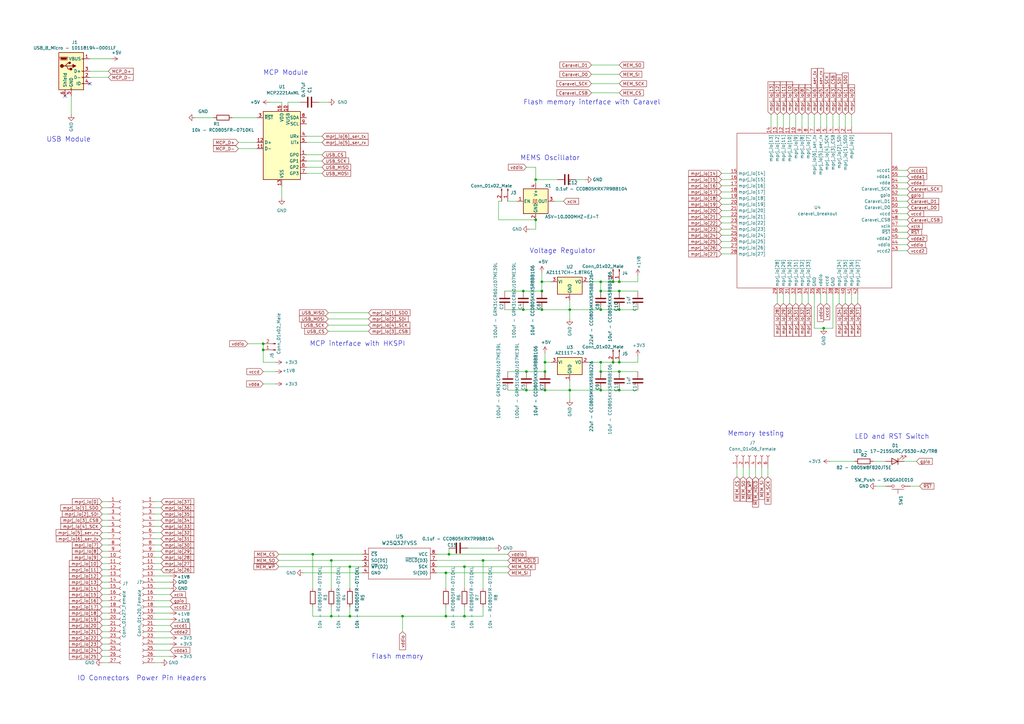
<source format=kicad_sch>
(kicad_sch (version 20211123) (generator eeschema)
  (paper "A3")
  (junction (at 246.38 160.02))
  (junction (at 254 119.38))
  (junction (at 128.27 227.33))
  (junction (at 222.25 119.38))
  (junction (at 254 148.59))
  (junction (at 254 160.02))
  (junction (at 135.89 229.87))
  (junction (at 246.38 148.59))
  (junction (at 223.52 148.59))
  (junction (at 215.9 152.4))
  (junction (at 246.38 115.57))
  (junction (at 214.63 127))
  (junction (at 182.88 234.95))
  (junction (at 143.51 252.73))
  (junction (at 246.38 127))
  (junction (at 222.25 127))
  (junction (at 254 115.57))
  (junction (at 222.25 115.57))
  (junction (at 337.82 134.62))
  (junction (at 254 152.4))
  (junction (at 223.52 160.02))
  (junction (at 223.52 152.4))
  (junction (at 251.46 115.57))
  (junction (at 190.5 232.41))
  (junction (at 233.68 160.02))
  (junction (at 215.9 160.02))
  (junction (at 246.38 119.38))
  (junction (at 219.71 90.17))
  (junction (at 182.88 252.73))
  (junction (at 254 127))
  (junction (at 107.95 140.97))
  (junction (at 107.95 143.51))
  (junction (at 214.63 119.38))
  (junction (at 143.51 232.41))
  (junction (at 246.38 152.4))
  (junction (at 184.15 227.33))
  (junction (at 233.68 127))
  (junction (at 135.89 252.73))
  (junction (at 251.46 148.59))
  (junction (at 165.1 252.73))
  (junction (at 190.5 252.73))
  (junction (at 219.71 73.66))
  (junction (at 198.12 229.87))
  (no_connect (at 26.67 39.37))
  (no_connect (at 36.83 34.29))
  (wire (pts (xy 165.1 259.08) (xy 165.1 252.73)))
  (wire (pts (xy 295.91 96.52) (xy 299.72 96.52)))
  (wire (pts (xy 336.55 46.99) (xy 336.55 52.07)))
  (wire (pts (xy 69.85 236.22) (xy 63.5 236.22)))
  (wire (pts (xy 41.91 238.76) (xy 44.45 238.76)))
  (wire (pts (xy 341.63 134.62) (xy 341.63 120.65)))
  (wire (pts (xy 233.68 130.81) (xy 233.68 127)))
  (wire (pts (xy 63.5 208.28) (xy 66.04 208.28)))
  (wire (pts (xy 63.5 215.9) (xy 66.04 215.9)))
  (wire (pts (xy 63.5 251.46) (xy 69.85 251.46)))
  (wire (pts (xy 63.5 205.74) (xy 66.04 205.74)))
  (wire (pts (xy 191.77 224.79) (xy 203.2 224.79)))
  (wire (pts (xy 134.62 135.89) (xy 151.13 135.89)))
  (wire (pts (xy 217.17 93.98) (xy 219.71 93.98)))
  (wire (pts (xy 44.45 271.78) (xy 41.91 271.78)))
  (wire (pts (xy 241.3 148.59) (xy 246.38 148.59)))
  (wire (pts (xy 223.52 160.02) (xy 233.68 160.02)))
  (wire (pts (xy 370.84 189.23) (xy 375.92 189.23)))
  (wire (pts (xy 101.6 140.97) (xy 107.95 140.97)))
  (wire (pts (xy 41.91 223.52) (xy 44.45 223.52)))
  (wire (pts (xy 328.93 124.46) (xy 328.93 120.65)))
  (wire (pts (xy 254 127) (xy 261.62 127)))
  (wire (pts (xy 69.85 248.92) (xy 63.5 248.92)))
  (wire (pts (xy 69.85 238.76) (xy 63.5 238.76)))
  (wire (pts (xy 368.3 90.17) (xy 372.11 90.17)))
  (wire (pts (xy 346.71 124.46) (xy 346.71 120.65)))
  (wire (pts (xy 107.95 148.59) (xy 113.03 148.59)))
  (wire (pts (xy 337.82 134.62) (xy 341.63 134.62)))
  (wire (pts (xy 242.57 38.1) (xy 254 38.1)))
  (wire (pts (xy 295.91 76.2) (xy 299.72 76.2)))
  (wire (pts (xy 190.5 232.41) (xy 208.28 232.41)))
  (wire (pts (xy 184.15 227.33) (xy 208.28 227.33)))
  (wire (pts (xy 368.3 97.79) (xy 372.11 97.79)))
  (wire (pts (xy 242.57 26.67) (xy 254 26.67)))
  (wire (pts (xy 295.91 99.06) (xy 299.72 99.06)))
  (wire (pts (xy 295.91 91.44) (xy 299.72 91.44)))
  (wire (pts (xy 184.15 224.79) (xy 184.15 227.33)))
  (wire (pts (xy 316.23 46.99) (xy 316.23 52.07)))
  (wire (pts (xy 331.47 46.99) (xy 331.47 52.07)))
  (wire (pts (xy 233.68 127) (xy 233.68 123.19)))
  (wire (pts (xy 295.91 101.6) (xy 299.72 101.6)))
  (wire (pts (xy 63.5 223.52) (xy 66.04 223.52)))
  (wire (pts (xy 190.5 232.41) (xy 190.5 241.3)))
  (wire (pts (xy 41.91 246.38) (xy 44.45 246.38)))
  (wire (pts (xy 63.5 271.78) (xy 66.04 271.78)))
  (wire (pts (xy 125.73 71.12) (xy 132.08 71.12)))
  (wire (pts (xy 207.01 119.38) (xy 214.63 119.38)))
  (wire (pts (xy 80.01 48.26) (xy 87.63 48.26)))
  (wire (pts (xy 246.38 115.57) (xy 246.38 119.38)))
  (wire (pts (xy 219.71 68.58) (xy 215.9 68.58)))
  (wire (pts (xy 358.14 189.23) (xy 363.22 189.23)))
  (wire (pts (xy 110.49 41.91) (xy 115.57 41.91)))
  (wire (pts (xy 208.28 152.4) (xy 215.9 152.4)))
  (wire (pts (xy 97.79 60.96) (xy 105.41 60.96)))
  (wire (pts (xy 128.27 252.73) (xy 128.27 248.92)))
  (wire (pts (xy 41.91 205.74) (xy 44.45 205.74)))
  (wire (pts (xy 36.83 24.13) (xy 45.72 24.13)))
  (wire (pts (xy 359.41 199.39) (xy 363.22 199.39)))
  (wire (pts (xy 222.25 119.38) (xy 222.25 115.57)))
  (wire (pts (xy 69.85 269.24) (xy 63.5 269.24)))
  (wire (pts (xy 41.91 208.28) (xy 44.45 208.28)))
  (wire (pts (xy 114.3 232.41) (xy 143.51 232.41)))
  (wire (pts (xy 63.5 256.54) (xy 69.85 256.54)))
  (wire (pts (xy 69.85 246.38) (xy 63.5 246.38)))
  (wire (pts (xy 204.47 82.55) (xy 205.74 82.55)))
  (wire (pts (xy 326.39 46.99) (xy 326.39 52.07)))
  (wire (pts (xy 233.68 156.21) (xy 233.68 160.02)))
  (wire (pts (xy 246.38 148.59) (xy 251.46 148.59)))
  (wire (pts (xy 63.5 259.08) (xy 69.85 259.08)))
  (wire (pts (xy 114.3 229.87) (xy 135.89 229.87)))
  (wire (pts (xy 334.01 120.65) (xy 334.01 134.62)))
  (wire (pts (xy 41.91 248.92) (xy 44.45 248.92)))
  (wire (pts (xy 118.11 43.18) (xy 118.11 41.91)))
  (wire (pts (xy 368.3 100.33) (xy 372.11 100.33)))
  (wire (pts (xy 254 152.4) (xy 261.62 152.4)))
  (wire (pts (xy 219.71 93.98) (xy 219.71 90.17)))
  (wire (pts (xy 69.85 243.84) (xy 63.5 243.84)))
  (wire (pts (xy 63.5 218.44) (xy 66.04 218.44)))
  (wire (pts (xy 63.5 254) (xy 69.85 254)))
  (wire (pts (xy 334.01 46.99) (xy 334.01 52.07)))
  (wire (pts (xy 124.46 234.95) (xy 148.59 234.95)))
  (wire (pts (xy 246.38 115.57) (xy 251.46 115.57)))
  (wire (pts (xy 125.73 66.04) (xy 132.08 66.04)))
  (wire (pts (xy 295.91 73.66) (xy 299.72 73.66)))
  (wire (pts (xy 107.95 152.4) (xy 113.03 152.4)))
  (wire (pts (xy 41.91 259.08) (xy 44.45 259.08)))
  (wire (pts (xy 368.3 77.47) (xy 372.11 77.47)))
  (wire (pts (xy 295.91 71.12) (xy 299.72 71.12)))
  (wire (pts (xy 222.25 127) (xy 233.68 127)))
  (wire (pts (xy 135.89 241.3) (xy 135.89 229.87)))
  (wire (pts (xy 118.11 41.91) (xy 123.19 41.91)))
  (wire (pts (xy 182.88 252.73) (xy 190.5 252.73)))
  (wire (pts (xy 41.91 220.98) (xy 44.45 220.98)))
  (wire (pts (xy 222.25 115.57) (xy 222.25 111.76)))
  (wire (pts (xy 63.5 210.82) (xy 66.04 210.82)))
  (wire (pts (xy 134.62 128.27) (xy 151.13 128.27)))
  (wire (pts (xy 307.34 191.77) (xy 307.34 195.58)))
  (wire (pts (xy 128.27 252.73) (xy 135.89 252.73)))
  (wire (pts (xy 349.25 124.46) (xy 349.25 120.65)))
  (wire (pts (xy 125.73 68.58) (xy 132.08 68.58)))
  (wire (pts (xy 63.5 226.06) (xy 66.04 226.06)))
  (wire (pts (xy 179.07 232.41) (xy 190.5 232.41)))
  (wire (pts (xy 368.3 87.63) (xy 372.11 87.63)))
  (wire (pts (xy 242.57 30.48) (xy 254 30.48)))
  (wire (pts (xy 125.73 63.5) (xy 132.08 63.5)))
  (wire (pts (xy 41.91 218.44) (xy 44.45 218.44)))
  (wire (pts (xy 44.45 266.7) (xy 41.91 266.7)))
  (wire (pts (xy 63.5 228.6) (xy 66.04 228.6)))
  (wire (pts (xy 233.68 160.02) (xy 233.68 163.83)))
  (wire (pts (xy 215.9 160.02) (xy 223.52 160.02)))
  (wire (pts (xy 339.09 46.99) (xy 339.09 52.07)))
  (wire (pts (xy 36.83 31.75) (xy 44.45 31.75)))
  (wire (pts (xy 326.39 124.46) (xy 326.39 120.65)))
  (wire (pts (xy 198.12 229.87) (xy 198.12 241.3)))
  (wire (pts (xy 182.88 234.95) (xy 208.28 234.95)))
  (wire (pts (xy 295.91 81.28) (xy 299.72 81.28)))
  (wire (pts (xy 41.91 228.6) (xy 44.45 228.6)))
  (wire (pts (xy 233.68 127) (xy 246.38 127)))
  (wire (pts (xy 318.77 124.46) (xy 318.77 120.65)))
  (wire (pts (xy 251.46 148.59) (xy 254 148.59)))
  (wire (pts (xy 331.47 124.46) (xy 331.47 120.65)))
  (wire (pts (xy 336.55 124.46) (xy 336.55 120.65)))
  (wire (pts (xy 261.62 115.57) (xy 261.62 113.03)))
  (wire (pts (xy 214.63 119.38) (xy 222.25 119.38)))
  (wire (pts (xy 41.91 241.3) (xy 44.45 241.3)))
  (wire (pts (xy 323.85 124.46) (xy 323.85 120.65)))
  (wire (pts (xy 309.88 191.77) (xy 309.88 195.58)))
  (wire (pts (xy 41.91 233.68) (xy 44.45 233.68)))
  (wire (pts (xy 190.5 248.92) (xy 190.5 252.73)))
  (wire (pts (xy 41.91 254) (xy 44.45 254)))
  (wire (pts (xy 165.1 252.73) (xy 182.88 252.73)))
  (wire (pts (xy 295.91 93.98) (xy 299.72 93.98)))
  (wire (pts (xy 223.52 148.59) (xy 223.52 152.4)))
  (wire (pts (xy 373.38 199.39) (xy 377.19 199.39)))
  (wire (pts (xy 219.71 73.66) (xy 219.71 68.58)))
  (wire (pts (xy 241.3 115.57) (xy 246.38 115.57)))
  (wire (pts (xy 107.95 157.48) (xy 113.03 157.48)))
  (wire (pts (xy 63.5 213.36) (xy 66.04 213.36)))
  (wire (pts (xy 130.81 41.91) (xy 134.62 41.91)))
  (wire (pts (xy 368.3 80.01) (xy 372.11 80.01)))
  (wire (pts (xy 190.5 252.73) (xy 198.12 252.73)))
  (wire (pts (xy 44.45 269.24) (xy 41.91 269.24)))
  (wire (pts (xy 227.33 82.55) (xy 231.14 82.55)))
  (wire (pts (xy 295.91 104.14) (xy 299.72 104.14)))
  (wire (pts (xy 151.13 133.35) (xy 134.62 133.35)))
  (wire (pts (xy 295.91 88.9) (xy 299.72 88.9)))
  (wire (pts (xy 304.8 191.77) (xy 304.8 195.58)))
  (wire (pts (xy 41.91 210.82) (xy 44.45 210.82)))
  (wire (pts (xy 115.57 76.2) (xy 115.57 81.28)))
  (wire (pts (xy 219.71 74.93) (xy 219.71 73.66)))
  (wire (pts (xy 135.89 229.87) (xy 148.59 229.87)))
  (wire (pts (xy 179.07 227.33) (xy 184.15 227.33)))
  (wire (pts (xy 321.31 46.99) (xy 321.31 52.07)))
  (wire (pts (xy 143.51 252.73) (xy 165.1 252.73)))
  (wire (pts (xy 314.96 191.77) (xy 314.96 195.58)))
  (wire (pts (xy 63.5 264.16) (xy 69.85 264.16)))
  (wire (pts (xy 246.38 127) (xy 254 127)))
  (wire (pts (xy 41.91 256.54) (xy 44.45 256.54)))
  (wire (pts (xy 215.9 152.4) (xy 223.52 152.4)))
  (wire (pts (xy 236.22 73.66) (xy 240.03 73.66)))
  (wire (pts (xy 242.57 34.29) (xy 254 34.29)))
  (wire (pts (xy 368.3 85.09) (xy 372.11 85.09)))
  (wire (pts (xy 222.25 115.57) (xy 226.06 115.57)))
  (wire (pts (xy 295.91 78.74) (xy 299.72 78.74)))
  (wire (pts (xy 41.91 231.14) (xy 44.45 231.14)))
  (wire (pts (xy 251.46 115.57) (xy 254 115.57)))
  (wire (pts (xy 69.85 241.3) (xy 63.5 241.3)))
  (wire (pts (xy 254 119.38) (xy 261.62 119.38)))
  (wire (pts (xy 63.5 220.98) (xy 66.04 220.98)))
  (wire (pts (xy 97.79 58.42) (xy 105.41 58.42)))
  (wire (pts (xy 41.91 213.36) (xy 44.45 213.36)))
  (wire (pts (xy 368.3 72.39) (xy 372.11 72.39)))
  (wire (pts (xy 339.09 124.46) (xy 339.09 120.65)))
  (wire (pts (xy 182.88 248.92) (xy 182.88 252.73)))
  (wire (pts (xy 125.73 55.88) (xy 132.08 55.88)))
  (wire (pts (xy 208.28 160.02) (xy 215.9 160.02)))
  (wire (pts (xy 128.27 241.3) (xy 128.27 227.33)))
  (wire (pts (xy 63.5 266.7) (xy 69.85 266.7)))
  (wire (pts (xy 143.51 241.3) (xy 143.51 232.41)))
  (wire (pts (xy 328.93 46.99) (xy 328.93 52.07)))
  (wire (pts (xy 143.51 232.41) (xy 148.59 232.41)))
  (wire (pts (xy 41.91 243.84) (xy 44.45 243.84)))
  (wire (pts (xy 368.3 102.87) (xy 372.11 102.87)))
  (wire (pts (xy 29.21 39.37) (xy 29.21 46.99)))
  (wire (pts (xy 226.06 148.59) (xy 223.52 148.59)))
  (wire (pts (xy 41.91 251.46) (xy 44.45 251.46)))
  (wire (pts (xy 254 119.38) (xy 246.38 119.38)))
  (wire (pts (xy 323.85 46.99) (xy 323.85 52.07)))
  (wire (pts (xy 143.51 248.92) (xy 143.51 252.73)))
  (wire (pts (xy 246.38 152.4) (xy 246.38 148.59)))
  (wire (pts (xy 36.83 29.21) (xy 44.45 29.21)))
  (wire (pts (xy 128.27 227.33) (xy 148.59 227.33)))
  (wire (pts (xy 115.57 43.18) (xy 115.57 41.91)))
  (wire (pts (xy 135.89 248.92) (xy 135.89 252.73)))
  (wire (pts (xy 41.91 236.22) (xy 44.45 236.22)))
  (wire (pts (xy 295.91 86.36) (xy 299.72 86.36)))
  (wire (pts (xy 254 115.57) (xy 261.62 115.57)))
  (wire (pts (xy 204.47 90.17) (xy 219.71 90.17)))
  (wire (pts (xy 344.17 46.99) (xy 344.17 52.07)))
  (wire (pts (xy 182.88 234.95) (xy 179.07 234.95)))
  (wire (pts (xy 341.63 46.99) (xy 341.63 52.07)))
  (wire (pts (xy 107.95 143.51) (xy 107.95 140.97)))
  (wire (pts (xy 246.38 160.02) (xy 254 160.02)))
  (wire (pts (xy 351.79 124.46) (xy 351.79 120.65)))
  (wire (pts (xy 344.17 124.46) (xy 344.17 120.65)))
  (wire (pts (xy 134.62 130.81) (xy 151.13 130.81)))
  (wire (pts (xy 198.12 229.87) (xy 208.28 229.87)))
  (wire (pts (xy 63.5 233.68) (xy 66.04 233.68)))
  (wire (pts (xy 182.88 241.3) (xy 182.88 234.95)))
  (wire (pts (xy 114.3 227.33) (xy 128.27 227.33)))
  (wire (pts (xy 368.3 74.93) (xy 372.11 74.93)))
  (wire (pts (xy 198.12 252.73) (xy 198.12 248.92)))
  (wire (pts (xy 368.3 69.85) (xy 372.11 69.85)))
  (wire (pts (xy 41.91 215.9) (xy 44.45 215.9)))
  (wire (pts (xy 41.91 226.06) (xy 44.45 226.06)))
  (wire (pts (xy 63.5 231.14) (xy 66.04 231.14)))
  (wire (pts (xy 368.3 82.55) (xy 372.11 82.55)))
  (wire (pts (xy 368.3 92.71) (xy 372.11 92.71)))
  (wire (pts (xy 312.42 191.77) (xy 312.42 195.58)))
  (wire (pts (xy 44.45 264.16) (xy 41.91 264.16)))
  (wire (pts (xy 254 148.59) (xy 261.62 148.59)))
  (wire (pts (xy 254 160.02) (xy 261.62 160.02)))
  (wire (pts (xy 95.25 48.26) (xy 105.41 48.26)))
  (wire (pts (xy 179.07 229.87) (xy 198.12 229.87)))
  (wire (pts (xy 204.47 82.55) (xy 204.47 90.17)))
  (wire (pts (xy 334.01 134.62) (xy 337.82 134.62)))
  (wire (pts (xy 41.91 261.62) (xy 44.45 261.62)))
  (wire (pts (xy 135.89 252.73) (xy 143.51 252.73)))
  (wire (pts (xy 349.25 46.99) (xy 349.25 52.07)))
  (wire (pts (xy 295.91 83.82) (xy 299.72 83.82)))
  (wire (pts (xy 125.73 58.42) (xy 132.08 58.42)))
  (wire (pts (xy 214.63 127) (xy 222.25 127)))
  (wire (pts (xy 219.71 73.66) (xy 228.6 73.66)))
  (wire (pts (xy 340.36 189.23) (xy 350.52 189.23)))
  (wire (pts (xy 107.95 143.51) (xy 107.95 148.59)))
  (wire (pts (xy 246.38 160.02) (xy 233.68 160.02)))
  (wire (pts (xy 63.5 261.62) (xy 69.85 261.62)))
  (wire (pts (xy 223.52 144.78) (xy 223.52 148.59)))
  (wire (pts (xy 318.77 46.99) (xy 318.77 52.07)))
  (wire (pts (xy 302.26 191.77) (xy 302.26 195.58)))
  (wire (pts (xy 208.28 82.55) (xy 212.09 82.55)))
  (wire (pts (xy 207.01 127) (xy 214.63 127)))
  (wire (pts (xy 246.38 152.4) (xy 254 152.4)))
  (wire (pts (xy 368.3 95.25) (xy 372.11 95.25)))
  (wire (pts (xy 346.71 46.99) (xy 346.71 52.07)))
  (wire (pts (xy 321.31 124.46) (xy 321.31 120.65)))
  (wire (pts (xy 261.62 148.59) (xy 261.62 146.05)))
  (text "Voltage Regulator\n" (at 217.17 104.14 0) (effects (font (size 2 2)) (justify left bottom)))
  (text "MCP interface with HKSPI\n" (at 127 142.24 0) (effects (font (size 2 2)) (justify left bottom)))
  (text "Flash memory" (at 152.4 270.51 0) (effects (font (size 2 2)) (justify left bottom)))
  (text "Flash memory interface with Caravel\n" (at 214.63 43.18 0) (effects (font (size 2 2)) (justify left bottom)))
  (text "LED and RST Switch\n" (at 350.52 180.34 0) (effects (font (size 2 2)) (justify left bottom)))
  (text "USB Module\n" (at 19.05 58.42 0) (effects (font (size 2 2)) (justify left bottom)))
  (text "MEMS Oscillator" (at 213.36 66.04 0) (effects (font (size 2 2)) (justify left bottom)))
  (text "Power Pin Headers" (at 55.88 279.4 0) (effects (font (size 2 2)) (justify left bottom)))
  (text "Memory testing" (at 298.45 179.07 0) (effects (font (size 2 2)) (justify left bottom)))
  (text "MCP Module\n\n" (at 107.95 34.29 0) (effects (font (size 2 2)) (justify left bottom)))
  (text "IO Connectors\n" (at 31.75 279.4 0) (effects (font (size 2 2)) (justify left bottom)))
  (global_label "mprj_io[11]" (shape input) (at 321.31 46.99 90) (property "Intersheet References" "${INTERSHEET_REFS}" (effects hide)))
  (global_label "mprj_io[5]_ser_rx" (shape input) (at 336.55 46.99 90) (property "Intersheet References" "${INTERSHEET_REFS}" (effects hide)))
  (global_label "mprj_io[12]" (shape input) (at 41.91 236.22 180) (property "Intersheet References" "${INTERSHEET_REFS}" (effects hide)))
  (global_label "mprj_io[2]_SDI" (shape input) (at 151.13 130.81 0) (property "Intersheet References" "${INTERSHEET_REFS}" (effects hide)))
  (global_label "mprj_io[22]" (shape input) (at 41.91 261.62 180) (property "Intersheet References" "${INTERSHEET_REFS}" (effects hide)))
  (global_label "vdda1" (shape input) (at 69.85 266.7 0) (property "Intersheet References" "${INTERSHEET_REFS}" (effects hide)))
  (global_label "mprj_io[2]_SDI" (shape input) (at 41.91 210.82 180) (property "Intersheet References" "${INTERSHEET_REFS}" (effects hide)))
  (global_label "vccd" (shape input) (at 107.95 152.4 180) (property "Intersheet References" "${INTERSHEET_REFS}" (effects hide)))
  (global_label "mprj_io[33]" (shape input) (at 66.04 215.9 0) (property "Intersheet References" "${INTERSHEET_REFS}" (effects hide)))
  (global_label "mprj_io[1]_SDO" (shape input) (at 346.71 46.99 90) (property "Intersheet References" "${INTERSHEET_REFS}" (effects hide)))
  (global_label "mprj_io[8]" (shape input) (at 328.93 46.99 90) (property "Intersheet References" "${INTERSHEET_REFS}" (effects hide)))
  (global_label "mprj_io[31]" (shape input) (at 66.04 220.98 0) (property "Intersheet References" "${INTERSHEET_REFS}" (effects hide)))
  (global_label "mprj_io[32]" (shape input) (at 328.93 124.46 270) (property "Intersheet References" "${INTERSHEET_REFS}" (effects hide)))
  (global_label "vccd1" (shape input) (at 69.85 256.54 0) (property "Intersheet References" "${INTERSHEET_REFS}" (effects hide)))
  (global_label "mprj_io[7]" (shape input) (at 331.47 46.99 90) (property "Intersheet References" "${INTERSHEET_REFS}" (effects hide)))
  (global_label "mprj_io[15]" (shape input) (at 295.91 73.66 180) (property "Intersheet References" "${INTERSHEET_REFS}" (effects hide)))
  (global_label "mprj_io[22]" (shape input) (at 295.91 91.44 180) (property "Intersheet References" "${INTERSHEET_REFS}" (effects hide)))
  (global_label "mprj_io[18]" (shape input) (at 295.91 81.28 180) (property "Intersheet References" "${INTERSHEET_REFS}" (effects hide)))
  (global_label "mprj_io[18]" (shape input) (at 41.91 251.46 180) (property "Intersheet References" "${INTERSHEET_REFS}" (effects hide)))
  (global_label "MEM_SCK" (shape input) (at 254 34.29 0) (property "Intersheet References" "${INTERSHEET_REFS}" (effects hide)))
  (global_label "mprj_io[24]" (shape input) (at 41.91 266.7 180) (property "Intersheet References" "${INTERSHEET_REFS}" (effects hide)))
  (global_label "MEM_SCK" (shape input) (at 208.28 232.41 0) (property "Intersheet References" "${INTERSHEET_REFS}" (effects hide)))
  (global_label "~{RST}" (shape input) (at 377.19 199.39 0) (property "Intersheet References" "${INTERSHEET_REFS}" (effects hide)))
  (global_label "mprj_io[21]" (shape input) (at 41.91 259.08 180) (property "Intersheet References" "${INTERSHEET_REFS}" (effects hide)))
  (global_label "gpio" (shape input) (at 372.11 80.01 0) (property "Intersheet References" "${INTERSHEET_REFS}" (effects hide)))
  (global_label "mprj_io[19]" (shape input) (at 41.91 254 180) (property "Intersheet References" "${INTERSHEET_REFS}" (effects hide)))
  (global_label "Caravel_CSB" (shape input) (at 242.57 38.1 180) (property "Intersheet References" "${INTERSHEET_REFS}" (effects hide)))
  (global_label "vccd2" (shape input) (at 69.85 248.92 0) (property "Intersheet References" "${INTERSHEET_REFS}" (effects hide)))
  (global_label "vdda1" (shape input) (at 372.11 72.39 0) (property "Intersheet References" "${INTERSHEET_REFS}" (effects hide)))
  (global_label "mprj_io[34]" (shape input) (at 344.17 124.46 270) (property "Intersheet References" "${INTERSHEET_REFS}" (effects hide)))
  (global_label "MCP_D-" (shape input) (at 44.45 31.75 0) (property "Intersheet References" "${INTERSHEET_REFS}" (effects hide)))
  (global_label "mprj_io[23]" (shape input) (at 295.91 93.98 180) (property "Intersheet References" "${INTERSHEET_REFS}" (effects hide)))
  (global_label "mprj_io[5]_ser_rx" (shape input) (at 132.08 58.42 0) (property "Intersheet References" "${INTERSHEET_REFS}" (effects hide)))
  (global_label "vdda2" (shape input) (at 69.85 259.08 0) (property "Intersheet References" "${INTERSHEET_REFS}" (effects hide)))
  (global_label "mprj_io[4]_SCK" (shape input) (at 151.13 133.35 0) (property "Intersheet References" "${INTERSHEET_REFS}" (effects hide)))
  (global_label "mprj_io[14]" (shape input) (at 41.91 241.3 180) (property "Intersheet References" "${INTERSHEET_REFS}" (effects hide)))
  (global_label "mprj_io[30]" (shape input) (at 323.85 124.46 270) (property "Intersheet References" "${INTERSHEET_REFS}" (effects hide)))
  (global_label "mprj_io[6]_ser_tx" (shape input) (at 132.08 55.88 0) (property "Intersheet References" "${INTERSHEET_REFS}" (effects hide)))
  (global_label "mprj_io[37]" (shape input) (at 351.79 124.46 270) (property "Intersheet References" "${INTERSHEET_REFS}" (effects hide)))
  (global_label "mprj_io[13]" (shape input) (at 41.91 238.76 180) (property "Intersheet References" "${INTERSHEET_REFS}" (effects hide)))
  (global_label "vccd1" (shape input) (at 372.11 69.85 0) (property "Intersheet References" "${INTERSHEET_REFS}" (effects hide)))
  (global_label "MEM_SI" (shape input) (at 312.42 195.58 270) (property "Intersheet References" "${INTERSHEET_REFS}" (effects hide)))
  (global_label "~{MEM_HOLD}" (shape input) (at 208.28 229.87 0) (property "Intersheet References" "${INTERSHEET_REFS}" (effects hide)))
  (global_label "mprj_io[26]" (shape input) (at 66.04 233.68 0) (property "Intersheet References" "${INTERSHEET_REFS}" (effects hide)))
  (global_label "MEM_SCK" (shape input) (at 314.96 195.58 270) (property "Intersheet References" "${INTERSHEET_REFS}" (effects hide)))
  (global_label "mprj_io[3]_CSB" (shape input) (at 341.63 46.99 90) (property "Intersheet References" "${INTERSHEET_REFS}" (effects hide)))
  (global_label "~{MEM_WP}" (shape input) (at 307.34 195.58 270) (property "Intersheet References" "${INTERSHEET_REFS}" (effects hide)))
  (global_label "mprj_io[9]" (shape input) (at 41.91 228.6 180) (property "Intersheet References" "${INTERSHEET_REFS}" (effects hide)))
  (global_label "vdda" (shape input) (at 107.95 157.48 180) (property "Intersheet References" "${INTERSHEET_REFS}" (effects hide)))
  (global_label "mprj_io[13]" (shape input) (at 316.23 46.99 90) (property "Intersheet References" "${INTERSHEET_REFS}" (effects hide)))
  (global_label "mprj_io[0]" (shape input) (at 41.91 205.74 180) (property "Intersheet References" "${INTERSHEET_REFS}" (effects hide)))
  (global_label "vccd" (shape input) (at 372.11 87.63 0) (property "Intersheet References" "${INTERSHEET_REFS}" (effects hide)))
  (global_label "vddio" (shape input) (at 165.1 259.08 270) (property "Intersheet References" "${INTERSHEET_REFS}" (effects hide)))
  (global_label "vddio" (shape input) (at 336.55 124.46 270) (property "Intersheet References" "${INTERSHEET_REFS}" (effects hide)))
  (global_label "mprj_io[28]" (shape input) (at 318.77 124.46 270) (property "Intersheet References" "${INTERSHEET_REFS}" (effects hide)))
  (global_label "mprj_io[30]" (shape input) (at 66.04 223.52 0) (property "Intersheet References" "${INTERSHEET_REFS}" (effects hide)))
  (global_label "mprj_io[35]" (shape input) (at 346.71 124.46 270) (property "Intersheet References" "${INTERSHEET_REFS}" (effects hide)))
  (global_label "vddio" (shape input) (at 372.11 100.33 0) (property "Intersheet References" "${INTERSHEET_REFS}" (effects hide)))
  (global_label "mprj_io[21]" (shape input) (at 295.91 88.9 180) (property "Intersheet References" "${INTERSHEET_REFS}" (effects hide)))
  (global_label "mprj_io[4]_SCK" (shape input) (at 41.91 215.9 180) (property "Intersheet References" "${INTERSHEET_REFS}" (effects hide)))
  (global_label "mprj_io[32]" (shape input) (at 66.04 218.44 0) (property "Intersheet References" "${INTERSHEET_REFS}" (effects hide)))
  (global_label "MCP_D+" (shape input) (at 44.45 29.21 0) (property "Intersheet References" "${INTERSHEET_REFS}" (effects hide)))
  (global_label "~{RST}" (shape input) (at 372.11 95.25 0) (property "Intersheet References" "${INTERSHEET_REFS}" (effects hide)))
  (global_label "mprj_io[29]" (shape input) (at 321.31 124.46 270) (property "Intersheet References" "${INTERSHEET_REFS}" (effects hide)))
  (global_label "mprj_io[25]" (shape input) (at 295.91 99.06 180) (property "Intersheet References" "${INTERSHEET_REFS}" (effects hide)))
  (global_label "mprj_io[3]_CSB" (shape input) (at 41.91 213.36 180) (property "Intersheet References" "${INTERSHEET_REFS}" (effects hide)))
  (global_label "mprj_io[12]" (shape input) (at 318.77 46.99 90) (property "Intersheet References" "${INTERSHEET_REFS}" (effects hide)))
  (global_label "vccd" (shape input) (at 339.09 124.46 270) (property "Intersheet References" "${INTERSHEET_REFS}" (effects hide)))
  (global_label "gpio" (shape input) (at 375.92 189.23 0) (property "Intersheet References" "${INTERSHEET_REFS}" (effects hide)))
  (global_label "mprj_io[20]" (shape input) (at 41.91 256.54 180) (property "Intersheet References" "${INTERSHEET_REFS}" (effects hide)))
  (global_label "mprj_io[16]" (shape input) (at 295.91 76.2 180) (property "Intersheet References" "${INTERSHEET_REFS}" (effects hide)))
  (global_label "Caravel_D1" (shape input) (at 242.57 26.67 180) (property "Intersheet References" "${INTERSHEET_REFS}" (effects hide)))
  (global_label "MCP_D-" (shape input) (at 97.79 60.96 180) (property "Intersheet References" "${INTERSHEET_REFS}" (effects hide)))
  (global_label "USB_SCK" (shape input) (at 134.62 133.35 180) (property "Intersheet References" "${INTERSHEET_REFS}" (effects hide)))
  (global_label "mprj_io[10]" (shape input) (at 41.91 231.14 180) (property "Intersheet References" "${INTERSHEET_REFS}" (effects hide)))
  (global_label "mprj_io[19]" (shape input) (at 295.91 83.82 180) (property "Intersheet References" "${INTERSHEET_REFS}" (effects hide)))
  (global_label "mprj_io[16]" (shape input) (at 41.91 246.38 180) (property "Intersheet References" "${INTERSHEET_REFS}" (effects hide)))
  (global_label "MEM_SO" (shape input) (at 304.8 195.58 270) (property "Intersheet References" "${INTERSHEET_REFS}" (effects hide)))
  (global_label "USB_MISO" (shape input) (at 134.62 128.27 180) (property "Intersheet References" "${INTERSHEET_REFS}" (effects hide)))
  (global_label "MEM_CS" (shape input) (at 302.26 195.58 270) (property "Intersheet References" "${INTERSHEET_REFS}" (effects hide)))
  (global_label "MEM_SO" (shape input) (at 254 26.67 0) (property "Intersheet References" "${INTERSHEET_REFS}" (effects hide)))
  (global_label "mprj_io[15]" (shape input) (at 41.91 243.84 180) (property "Intersheet References" "${INTERSHEET_REFS}" (effects hide)))
  (global_label "MEM_CS" (shape input) (at 114.3 227.33 180) (property "Intersheet References" "${INTERSHEET_REFS}" (effects hide)))
  (global_label "mprj_io[5]_ser_rx" (shape input) (at 41.91 218.44 180) (property "Intersheet References" "${INTERSHEET_REFS}" (effects hide)))
  (global_label "Caravel_D0" (shape input) (at 372.11 85.09 0) (property "Intersheet References" "${INTERSHEET_REFS}" (effects hide)))
  (global_label "mprj_io[10]" (shape input) (at 323.85 46.99 90) (property "Intersheet References" "${INTERSHEET_REFS}" (effects hide)))
  (global_label "mprj_io[0]" (shape input) (at 349.25 46.99 90) (property "Intersheet References" "${INTERSHEET_REFS}" (effects hide)))
  (global_label "mprj_io[28]" (shape input) (at 66.04 228.6 0) (property "Intersheet References" "${INTERSHEET_REFS}" (effects hide)))
  (global_label "mprj_io[35]" (shape input) (at 66.04 210.82 0) (property "Intersheet References" "${INTERSHEET_REFS}" (effects hide)))
  (global_label "xclk" (shape input) (at 69.85 243.84 0) (property "Intersheet References" "${INTERSHEET_REFS}" (effects hide)))
  (global_label "mprj_io[3]_CSB" (shape input) (at 151.13 135.89 0) (property "Intersheet References" "${INTERSHEET_REFS}" (effects hide)))
  (global_label "mprj_io[31]" (shape input) (at 326.39 124.46 270) (property "Intersheet References" "${INTERSHEET_REFS}" (effects hide)))
  (global_label "mprj_io[36]" (shape input) (at 349.25 124.46 270) (property "Intersheet References" "${INTERSHEET_REFS}" (effects hide)))
  (global_label "mprj_io[24]" (shape input) (at 295.91 96.52 180) (property "Intersheet References" "${INTERSHEET_REFS}" (effects hide)))
  (global_label "vddio" (shape input) (at 208.28 227.33 0) (property "Intersheet References" "${INTERSHEET_REFS}" (effects hide)))
  (global_label "mprj_io[8]" (shape input) (at 41.91 226.06 180) (property "Intersheet References" "${INTERSHEET_REFS}" (effects hide)))
  (global_label "mprj_io[9]" (shape input) (at 326.39 46.99 90) (property "Intersheet References" "${INTERSHEET_REFS}" (effects hide)))
  (global_label "mprj_io[37]" (shape input) (at 66.04 205.74 0) (property "Intersheet References" "${INTERSHEET_REFS}" (effects hide)))
  (global_label "USB_MOSI" (shape input) (at 134.62 130.81 180) (property "Intersheet References" "${INTERSHEET_REFS}" (effects hide)))
  (global_label "mprj_io[14]" (shape input) (at 295.91 71.12 180) (property "Intersheet References" "${INTERSHEET_REFS}" (effects hide)))
  (global_label "mprj_io[34]" (shape input) (at 66.04 213.36 0) (property "Intersheet References" "${INTERSHEET_REFS}" (effects hide)))
  (global_label "mprj_io[20]" (shape input) (at 295.91 86.36 180) (property "Intersheet References" "${INTERSHEET_REFS}" (effects hide)))
  (global_label "mprj_io[25]" (shape input) (at 41.91 269.24 180) (property "Intersheet References" "${INTERSHEET_REFS}" (effects hide)))
  (global_label "mprj_io[23]" (shape input) (at 41.91 264.16 180) (property "Intersheet References" "${INTERSHEET_REFS}" (effects hide)))
  (global_label "mprj_io[4]_SCK" (shape input) (at 339.09 46.99 90) (property "Intersheet References" "${INTERSHEET_REFS}" (effects hide)))
  (global_label "MEM_SO" (shape input) (at 114.3 229.87 180) (property "Intersheet References" "${INTERSHEET_REFS}" (effects hide)))
  (global_label "mprj_io[27]" (shape input) (at 295.91 104.14 180) (property "Intersheet References" "${INTERSHEET_REFS}" (effects hide)))
  (global_label "mprj_io[1]_SDO" (shape input) (at 41.91 208.28 180) (property "Intersheet References" "${INTERSHEET_REFS}" (effects hide)))
  (global_label "MEM_CS" (shape input) (at 254 38.1 0) (property "Intersheet References" "${INTERSHEET_REFS}" (effects hide)))
  (global_label "mprj_io[6]_ser_tx" (shape input) (at 41.91 220.98 180) (property "Intersheet References" "${INTERSHEET_REFS}" (effects hide)))
  (global_label "MCP_D+" (shape input) (at 97.79 58.42 180) (property "Intersheet References" "${INTERSHEET_REFS}" (effects hide)))
  (global_label "Caravel_SCK" (shape input) (at 242.57 34.29 180) (property "Intersheet References" "${INTERSHEET_REFS}" (effects hide)))
  (global_label "mprj_io[29]" (shape input) (at 66.04 226.06 0) (property "Intersheet References" "${INTERSHEET_REFS}" (effects hide)))
  (global_label "mprj_io[36]" (shape input) (at 66.04 208.28 0) (property "Intersheet References" "${INTERSHEET_REFS}" (effects hide)))
  (global_label "USB_MISO" (shape input) (at 132.08 68.58 0) (property "Intersheet References" "${INTERSHEET_REFS}" (effects hide)))
  (global_label "~{MEM_WP}" (shape input) (at 114.3 232.41 180) (property "Intersheet References" "${INTERSHEET_REFS}" (effects hide)))
  (global_label "USB_CS" (shape input) (at 134.62 135.89 180) (property "Intersheet References" "${INTERSHEET_REFS}" (effects hide)))
  (global_label "mprj_io[17]" (shape input) (at 41.91 248.92 180) (property "Intersheet References" "${INTERSHEET_REFS}" (effects hide)))
  (global_label "mprj_io[1]_SDO" (shape input) (at 151.13 128.27 0) (property "Intersheet References" "${INTERSHEET_REFS}" (effects hide)))
  (global_label "mprj_io[33]" (shape input) (at 331.47 124.46 270) (property "Intersheet References" "${INTERSHEET_REFS}" (effects hide)))
  (global_label "Caravel_D0" (shape input) (at 242.57 30.48 180) (property "Intersheet References" "${INTERSHEET_REFS}" (effects hide)))
  (global_label "Caravel_SCK" (shape input) (at 372.11 77.47 0) (property "Intersheet References" "${INTERSHEET_REFS}" (effects hide)))
  (global_label "gpio" (shape input) (at 69.85 246.38 0) (property "Intersheet References" "${INTERSHEET_REFS}" (effects hide)))
  (global_label "mprj_io[27]" (shape input) (at 66.04 231.14 0) (property "Intersheet References" "${INTERSHEET_REFS}" (effects hide)))
  (global_label "vdda" (shape input) (at 372.11 74.93 0) (property "Intersheet References" "${INTERSHEET_REFS}" (effects hide)))
  (global_label "vddio" (shape input) (at 101.6 140.97 180) (property "Intersheet References" "${INTERSHEET_REFS}" (effects hide)))
  (global_label "USB_CS" (shape input) (at 132.08 63.5 0) (property "Intersheet References" "${INTERSHEET_REFS}" (effects hide)))
  (global_label "vddio" (shape input) (at 215.9 68.58 180) (property "Intersheet References" "${INTERSHEET_REFS}" (effects hide)))
  (global_label "USB_MOSI" (shape input) (at 132.08 71.12 0) (property "Intersheet References" "${INTERSHEET_REFS}" (effects hide)))
  (global_label "mprj_io[17]" (shape input) (at 295.91 78.74 180) (property "Intersheet References" "${INTERSHEET_REFS}" (effects hide)))
  (global_label "MEM_SI" (shape input) (at 208.28 234.95 0) (property "Intersheet References" "${INTERSHEET_REFS}" (effects hide)))
  (global_label "xclk" (shape input) (at 231.14 82.55 0) (property "Intersheet References" "${INTERSHEET_REFS}" (effects hide)))
  (global_label "~{MEM_HOLD}" (shape input) (at 309.88 195.58 270) (property "Intersheet References" "${INTERSHEET_REFS}" (effects hide)))
  (global_label "mprj_io[11]" (shape input) (at 41.91 233.68 180) (property "Intersheet References" "${INTERSHEET_REFS}" (effects hide)))
  (global_label "USB_SCK" (shape input) (at 132.08 66.04 0) (property "Intersheet References" "${INTERSHEET_REFS}" (effects hide)))
  (global_label "MEM_SI" (shape input) (at 254 30.48 0) (property "Intersheet References" "${INTERSHEET_REFS}" (effects hide)))
  (global_label "vdda2" (shape input) (at 372.11 97.79 0) (property "Intersheet References" "${INTERSHEET_REFS}" (effects hide)))
  (global_label "vccd2" (shape input) (at 372.11 102.87 0) (property "Intersheet References" "${INTERSHEET_REFS}" (effects hide)))
  (global_label "mprj_io[7]" (shape input) (at 41.91 223.52 180) (property "Intersheet References" "${INTERSHEET_REFS}" (effects hide)))
  (global_label "Caravel_D1" (shape input) (at 372.11 82.55 0) (property "Intersheet References" "${INTERSHEET_REFS}" (effects hide)))
  (global_label "Caravel_CSB" (shape input) (at 372.11 90.17 0) (property "Intersheet References" "${INTERSHEET_REFS}" (effects hide)))
  (global_label "mprj_io[6]_ser_tx" (shape input) (at 334.01 46.99 90) (property "Intersheet References" "${INTERSHEET_REFS}" (effects hide)))
  (global_label "mprj_io[2]_SDI" (shape input) (at 344.17 46.99 90) (property "Intersheet References" "${INTERSHEET_REFS}" (effects hide)))
  (global_label "xclk" (shape input) (at 372.11 92.71 0) (property "Intersheet References" "${INTERSHEET_REFS}" (effects hide)))
  (global_label "mprj_io[26]" (shape input) (at 295.91 101.6 180) (property "Intersheet References" "${INTERSHEET_REFS}" (effects hide)))
  (symbol (lib_id "Device:C") (at 127 41.91 90) (unit 1)
    (property "Reference" "C1" (at 127 36.83 0))
    (property "Value" "0.47uf" (at 124.46 36.83 0))
    (property "Footprint" "Capacitor_SMD:C_0805_2012Metric" (effects hide))
  )
  (symbol (lib_id "power:+3.3V") (at 340.36 189.23 90) (unit 1)
    (property "Reference" "#PWR025" (effects hide))
    (property "Value" "+3.3V" (at 334.01 189.23 90))
  )
  (symbol (lib_id "power:+3.3V") (at 69.85 269.24 270) (unit 1)
    (property "Reference" "#PWR?" (effects hide))
    (property "Value" "+3.3V" (at 76.2 269.24 90))
  )
  (symbol (lib_id "Device:R") (at 190.5 245.11 0) (unit 1)
    (property "Reference" "R7" (at 195.7578 245.11 90))
    (property "Value" "10k - RC0805FR-0710KL" (at 193.4464 245.11 90))
    (property "Footprint" "Resistor_SMD:R_0805_2012Metric" (effects hide))
  )
  (symbol (lib_id "Device:R") (at 128.27 245.11 0) (unit 1)
    (property "Reference" "R3" (at 133.5278 245.11 90))
    (property "Value" "10k - RC0805FR-0710KL" (at 131.2164 245.11 90))
    (property "Footprint" "Resistor_SMD:R_0805_2012Metric" (effects hide))
  )
  (symbol (lib_id "power:+3.3V") (at 113.03 148.59 270) (unit 1)
    (property "Reference" "#PWR028" (effects hide))
    (property "Value" "+3.3V" (at 119.38 148.59 90))
  )
  (symbol (lib_id "Device:C") (at 254 156.21 180) (unit 1)
    (property "Reference" "C11" (at 252.73 158.75 90))
    (property "Value" "10uf - CC0805KKX5R8BB106" (at 250.19 163.83 90))
    (property "Footprint" "Capacitor_SMD:C_0805_2012Metric" (effects hide))
  )
  (symbol (lib_id "Device:R") (at 135.89 245.11 0) (unit 1)
    (property "Reference" "R4" (at 141.1478 245.11 90))
    (property "Value" "10k - RC0805FR-0710KL" (at 138.8364 245.11 90))
    (property "Footprint" "Resistor_SMD:R_0805_2012Metric" (effects hide))
  )
  (symbol (lib_id "power:+5V") (at 45.72 24.13 270) (unit 1)
    (property "Reference" "#PWR03" (effects hide))
    (property "Value" "+5V" (at 45.72 21.59 90) (effects (justify left)))
  )
  (symbol (lib_id "power:+3.3V") (at 261.62 146.05 0) (unit 1)
    (property "Reference" "#PWR023" (effects hide))
    (property "Value" "+3.3V" (at 262.001 141.6558 0))
  )
  (symbol (lib_id "power:GND") (at 69.85 238.76 90) (unit 1)
    (property "Reference" "#PWR?" (effects hide))
    (property "Value" "GND" (at 74.93 238.76 90))
  )
  (symbol (lib_id "power:GND") (at 233.68 130.81 0) (unit 1)
    (property "Reference" "#PWR09" (effects hide))
    (property "Value" "GND" (at 233.68 135.89 90))
  )
  (symbol (lib_id "power:GND") (at 203.2 224.79 90) (unit 1)
    (property "Reference" "#PWR030" (effects hide))
    (property "Value" "GND" (at 208.28 224.79 90))
  )
  (symbol (lib_id "Regulator_Linear:AZ1117-1.8") (at 233.68 115.57 0) (unit 1)
    (property "Reference" "U2" (at 233.68 109.4232 0))
    (property "Value" "AZ1117CH-1.8TRG1" (at 233.68 111.7346 0))
    (property "Footprint" "Package_TO_SOT_SMD:SOT-223-3_TabPin2" (effects hide))
    (property "Datasheet" "https://www.diodes.com/assets/Datasheets/AZ1117.pdf" (effects hide))
  )
  (symbol (lib_id "Device:R") (at 143.51 245.11 0) (unit 1)
    (property "Reference" "R5" (at 148.7678 245.11 90))
    (property "Value" "10k - RC0805FR-0710KL" (at 146.4564 245.11 90))
    (property "Footprint" "Resistor_SMD:R_0805_2012Metric" (effects hide))
  )
  (symbol (lib_id "power:GND") (at 115.57 81.28 0) (unit 1)
    (property "Reference" "#PWR05" (effects hide))
    (property "Value" "GND" (at 115.57 86.36 0))
  )
  (symbol (lib_id "Caravel_pcb-rescue:W25Q32FVSS-Caravel_pcb") (at 163.83 229.87 0) (unit 1)
    (property "Reference" "U5" (at 163.83 220.0656 0) (effects (font (size 1.4986 1.4986))))
    (property "Value" "W25Q32FVSS" (at 163.83 222.7326 0) (effects (font (size 1.4986 1.4986))))
    (property "Footprint" "Package_SO:SOIC-8_5.23x5.23mm_P1.27mm" (effects hide))
  )
  (symbol (lib_id "power:GND") (at 134.62 41.91 90) (unit 1)
    (property "Reference" "#PWR06" (effects hide))
    (property "Value" "GND" (at 138.43 41.9099 90) (effects (justify right)))
  )
  (symbol (lib_id "power:+1V8") (at 113.03 152.4 270) (mirror x) (unit 1)
    (property "Reference" "#PWR019" (effects hide))
    (property "Value" "+1V8" (at 118.4148 152.019 90))
  )
  (symbol (lib_id "power:+1V8") (at 69.85 254 270) (unit 1)
    (property "Reference" "#PWR?" (effects hide))
    (property "Value" "+1V8" (at 75.2348 254.381 90))
  )
  (symbol (lib_id "power:+5V") (at 223.52 144.78 0) (unit 1)
    (property "Reference" "#PWR08" (effects hide))
    (property "Value" "+5V" (at 223.901 140.3858 0))
  )
  (symbol (lib_id "power:+1V8") (at 261.62 113.03 0) (unit 1)
    (property "Reference" "#PWR022" (effects hide))
    (property "Value" "+1V8" (at 262.001 107.6452 90))
  )
  (symbol (lib_id "power:+3.3V") (at 69.85 261.62 270) (unit 1)
    (property "Reference" "#PWR?" (effects hide))
    (property "Value" "+3.3V" (at 76.2 261.62 90))
  )
  (symbol (lib_id "Device:C") (at 232.41 73.66 270) (unit 1)
    (property "Reference" "C12" (at 234.95 74.93 90))
    (property "Value" "0.1uf - CC0805KRX7R9BB104" (at 242.57 77.47 90))
    (property "Footprint" "Capacitor_SMD:C_0805_2012Metric" (effects hide))
  )
  (symbol (lib_id "Connector:Conn_01x02_Male") (at 254 110.49 270) (unit 1)
    (property "Reference" "J4" (at 255.1176 112.0648 90) (effects (justify left)))
    (property "Value" "Conn_01x02_Male" (at 238.76 109.22 90) (effects (justify left)))
    (property "Footprint" "Connector_PinHeader_2.54mm:PinHeader_1x02_P2.54mm_Vertical" (effects hide))
  )
  (symbol (lib_id "Device:C") (at 261.62 156.21 180) (unit 1)
    (property "Reference" "C14" (at 260.35 158.75 90))
    (property "Value" "1uf" (at 257.81 156.21 90))
    (property "Footprint" "Capacitor_SMD:C_0805_2012Metric" (effects hide))
  )
  (symbol (lib_id "Connector:USB_B_Micro") (at 29.21 29.21 0) (unit 1)
    (property "Reference" "J1" (at 30.6578 17.3482 0))
    (property "Value" "USB_B_Micro - 10118194-0001LF" (at 30.6578 19.6596 0))
    (property "Footprint" "Connector_USB:USB_Micro-B_Amphenol_10118194_Horizontal" (effects hide))
  )
  (symbol (lib_id "Device:C") (at 215.9 156.21 180) (unit 1)
    (property "Reference" "C5" (at 214.63 158.75 90))
    (property "Value" "100uf - GRM31CR60J107ME39L" (at 212.09 156.21 90))
    (property "Footprint" "Capacitor_SMD:C_1206_3216Metric" (effects hide))
  )
  (symbol (lib_id "power:GND") (at 69.85 241.3 90) (unit 1)
    (property "Reference" "#PWR?" (effects hide))
    (property "Value" "GND" (at 74.93 241.3 90))
  )
  (symbol (lib_id "Oscillator:XO91") (at 219.71 82.55 0) (unit 1)
    (property "Reference" "X1" (at 223.52 76.2 0) (effects (justify left)))
    (property "Value" "ASV-10.000MHZ-EJ-T" (at 223.52 88.9 0) (effects (justify left)))
    (property "Footprint" "Oscillator:Oscillator_SMD_Abracon_ASV-4Pin_7.0x5.1mm" (effects hide))
  )
  (symbol (lib_id "power:GND") (at 233.68 163.83 0) (unit 1)
    (property "Reference" "#PWR010" (effects hide))
    (property "Value" "GND" (at 233.68 168.91 90))
  )
  (symbol (lib_id "Device:C") (at 254 123.19 180) (unit 1)
    (property "Reference" "C10" (at 252.73 125.73 90))
    (property "Value" "10uf - CC0805KKX5R8BB106" (at 250.19 125.73 90))
    (property "Footprint" "Capacitor_SMD:C_0805_2012Metric" (effects hide))
  )
  (symbol (lib_id "Device:C") (at 187.96 224.79 90) (unit 1)
    (property "Reference" "C15" (at 185.42 223.52 90))
    (property "Value" "0.1uf - CC0805KRX7R9BB104" (at 187.96 220.98 90))
    (property "Footprint" "Capacitor_SMD:C_0805_2012Metric" (effects hide))
  )
  (symbol (lib_id "Device:C") (at 214.63 123.19 180) (unit 1)
    (property "Reference" "C4" (at 213.36 125.73 90))
    (property "Value" "100uf - GRM31CR60J107ME39L" (at 210.82 123.19 90))
    (property "Footprint" "Capacitor_SMD:C_1206_3216Metric" (effects hide))
  )
  (symbol (lib_id "Device:LED") (at 367.03 189.23 180) (unit 1)
    (property "Reference" "D1" (at 367.2078 182.753 0))
    (property "Value" "LED - 17-215SURC/S530-A2/TR8" (at 367.2078 185.0644 0))
    (property "Footprint" "LED_SMD:LED_1206_3216Metric" (effects hide))
  )
  (symbol (lib_id "Connector:Conn_01x06_Female") (at 307.34 186.69 90) (unit 1)
    (property "Reference" "J7" (at 308.61 181.61 90))
    (property "Value" "Conn_01x06_Female" (at 308.61 184.15 90))
    (property "Footprint" "Connector_PinSocket_2.54mm:PinSocket_1x06_P2.54mm_Vertical" (effects hide))
  )
  (symbol (lib_id "Device:C") (at 207.01 123.19 180) (unit 1)
    (property "Reference" "C2" (at 205.74 125.73 90))
    (property "Value" "100uf - GRM31CR60J107ME39L" (at 203.2 123.19 90))
    (property "Footprint" "Capacitor_SMD:C_1206_3216Metric" (effects hide))
  )
  (symbol (lib_id "power:GND") (at 217.17 93.98 270) (unit 1)
    (property "Reference" "#PWR021" (effects hide))
    (property "Value" "GND" (at 212.09 93.98 90))
  )
  (symbol (lib_id "power:GND") (at 29.21 46.99 0) (unit 1)
    (property "Reference" "#PWR02" (effects hide))
    (property "Value" "GND" (at 29.21 52.07 90))
  )
  (symbol (lib_id "power:+5V") (at 110.49 41.91 90) (unit 1)
    (property "Reference" "#PWR04" (effects hide))
    (property "Value" "+5V" (at 106.68 41.91 90) (effects (justify left)))
  )
  (symbol (lib_id "Connector:Conn_01x27_Female") (at 49.53 238.76 0) (unit 1)
    (property "Reference" "J?" (at 50.2412 239.3696 0) (effects (justify left)))
    (property "Value" "Conn_01x27_Female" (at 50.8 261.62 90) (effects (justify left)))
    (property "Footprint" "Connector_PinHeader_2.54mm:PinHeader_1x27_P2.54mm_Vertical" (effects hide))
  )
  (symbol (lib_id "power:GND") (at 80.01 48.26 270) (unit 1)
    (property "Reference" "#PWR01" (effects hide))
    (property "Value" "GND" (at 81.28 45.72 90) (effects (justify left)))
  )
  (symbol (lib_id "power:GND") (at 124.46 234.95 270) (unit 1)
    (property "Reference" "#PWR029" (effects hide))
    (property "Value" "GND" (at 119.38 234.95 90))
  )
  (symbol (lib_id "Connector:Conn_01x02_Male") (at 113.03 143.51 180) (unit 1)
    (property "Reference" "J6" (at 111.4552 144.6276 90) (effects (justify left)))
    (property "Value" "Conn_01x02_Male" (at 114.3 128.27 90) (effects (justify left)))
    (property "Footprint" "Connector_PinHeader_2.54mm:PinHeader_1x02_P2.54mm_Vertical" (effects hide))
  )
  (symbol (lib_id "Device:R") (at 91.44 48.26 90) (unit 1)
    (property "Reference" "R1" (at 88.9 50.8 90))
    (property "Value" "10k - RC0805FR-0710KL" (at 91.44 53.34 90))
    (property "Footprint" "Resistor_SMD:R_0805_2012Metric" (effects hide))
  )
  (symbol (lib_id "Switch:SW_Push") (at 368.3 199.39 180) (unit 1)
    (property "Reference" "SW1" (at 369.4684 203.1492 90) (effects (justify left)))
    (property "Value" "SW_Push - SKQGADE010" (at 374.65 196.85 0) (effects (justify left)))
    (property "Footprint" "Button_Switch_SMD:SW_SPST_SKQG_WithStem" (effects hide))
  )
  (symbol (lib_id "power:GND") (at 337.82 134.62 0) (unit 1)
    (property "Reference" "#PWR027" (effects hide))
    (property "Value" "GND" (at 337.82 139.7 90))
  )
  (symbol (lib_id "Device:C") (at 246.38 123.19 180) (unit 1)
    (property "Reference" "C8" (at 245.11 125.73 90))
    (property "Value" "22uf - CC0805MKX5R5BB226" (at 242.57 127 90))
    (property "Footprint" "Capacitor_SMD:C_0805_2012Metric" (effects hide))
  )
  (symbol (lib_id "Regulator_Linear:AZ1117-3.3") (at 233.68 148.59 0) (unit 1)
    (property "Reference" "U3" (at 233.68 142.4432 0))
    (property "Value" "AZ1117-3.3" (at 233.68 144.7546 0))
    (property "Footprint" "Package_TO_SOT_SMD:SOT-223-3_TabPin2" (effects hide))
    (property "Datasheet" "https://www.diodes.com/assets/Datasheets/AZ1117.pdf" (effects hide))
  )
  (symbol (lib_id "Device:R") (at 182.88 245.11 0) (unit 1)
    (property "Reference" "R6" (at 188.1378 245.11 90))
    (property "Value" "10k - RC0805FR-0710KL" (at 185.8264 245.11 90))
    (property "Footprint" "Resistor_SMD:R_0805_2012Metric" (effects hide))
  )
  (symbol (lib_id "power:+1V8") (at 69.85 236.22 270) (unit 1)
    (property "Reference" "#PWR?" (effects hide))
    (property "Value" "+1V8" (at 75.2348 236.601 90))
  )
  (symbol (lib_id "power:GND") (at 359.41 199.39 270) (unit 1)
    (property "Reference" "#PWR026" (effects hide))
    (property "Value" "GND" (at 354.33 199.39 90))
  )
  (symbol (lib_id "power:+3.3V") (at 69.85 264.16 270) (unit 1)
    (property "Reference" "#PWR?" (effects hide))
    (property "Value" "+3.3V" (at 76.2 264.16 90))
  )
  (symbol (lib_id "Device:C") (at 222.25 123.19 180) (unit 1)
    (property "Reference" "C6" (at 220.98 125.73 90))
    (property "Value" "10uf - CC0805KKX5R8BB106" (at 218.44 123.19 90))
    (property "Footprint" "Capacitor_SMD:C_0805_2012Metric" (effects hide))
  )
  (symbol (lib_id "power:GND") (at 41.91 271.78 270) (unit 1)
    (property "Reference" "#PWR?" (effects hide))
    (property "Value" "GND" (at 36.83 271.78 90))
  )
  (symbol (lib_id "Caravel_board:caravel_breakout") (at 334.01 86.36 0) (unit 1)
    (property "Reference" "U4" (at 335.28 85.09 0))
    (property "Value" "caravel_breakout" (at 335.28 87.63 0))
    (property "Footprint" "Caravel_Board:caravel_breakout_v1" (effects hide))
  )
  (symbol (lib_id "Device:C") (at 261.62 123.19 180) (unit 1)
    (property "Reference" "C13" (at 260.35 125.73 90))
    (property "Value" "1uf" (at 257.81 123.19 90))
    (property "Footprint" "Capacitor_SMD:C_0805_2012Metric" (effects hide))
  )
  (symbol (lib_id "Connector:Conn_01x27_Female") (at 58.42 238.76 0) (mirror y) (unit 1)
    (property "Reference" "J?" (at 57.15 238.76 0))
    (property "Value" "Conn_01x20_Female" (at 57.15 251.46 90))
    (property "Footprint" "Connector_PinHeader_2.54mm:PinHeader_1x20_P2.54mm_Vertical" (effects hide))
  )
  (symbol (lib_id "Device:C") (at 208.28 156.21 180) (unit 1)
    (property "Reference" "C3" (at 207.01 158.75 90))
    (property "Value" "100uf - GRM31CR60J107ME39L" (at 204.47 156.21 90))
    (property "Footprint" "Capacitor_SMD:C_1206_3216Metric" (effects hide))
  )
  (symbol (lib_id "Connector:Conn_01x02_Male") (at 208.28 77.47 270) (unit 1)
    (property "Reference" "J3" (at 209.3976 79.0448 90) (effects (justify left)))
    (property "Value" "Conn_01x02_Male" (at 193.04 76.2 90) (effects (justify left)))
    (property "Footprint" "Connector_PinHeader_2.54mm:PinHeader_1x02_P2.54mm_Vertical" (effects hide))
  )
  (symbol (lib_id "power:GND") (at 66.04 271.78 90) (unit 1)
    (property "Reference" "#PWR?" (effects hide))
    (property "Value" "GND" (at 71.12 271.78 90))
  )
  (symbol (lib_id "Device:C") (at 246.38 156.21 180) (unit 1)
    (property "Reference" "C9" (at 245.11 158.75 90))
    (property "Value" "22uf - CC0805MKX5R5BB226" (at 242.57 162.56 90))
    (property "Footprint" "Capacitor_SMD:C_0805_2012Metric" (effects hide))
  )
  (symbol (lib_id "power:+3.3V") (at 113.03 157.48 270) (unit 1)
    (property "Reference" "#PWR020" (effects hide))
    (property "Value" "+3.3V" (at 119.38 157.48 90))
  )
  (symbol (lib_id "Interface_USB:MCP2221AxML") (at 115.57 60.96 0) (unit 1)
    (property "Reference" "U1" (at 114.3 35.56 0) (effects (justify left)))
    (property "Value" "MCP2221AxML" (at 109.22 38.1 0) (effects (justify left)))
    (property "Footprint" "Package_DFN_QFN:QFN-16-1EP_4x4mm_P0.65mm_EP2.5x2.5mm" (effects hide))
    (property "Datasheet" "http://ww1.microchip.com/downloads/en/DeviceDoc/20005565B.pdf" (effects hide))
  )
  (symbol (lib_id "Device:R") (at 198.12 245.11 0) (unit 1)
    (property "Reference" "R8" (at 203.3778 245.11 90))
    (property "Value" "10k - RC0805FR-0710KL" (at 201.0664 245.11 90))
    (property "Footprint" "Resistor_SMD:R_0805_2012Metric" (effects hide))
  )
  (symbol (lib_id "Device:R") (at 354.33 189.23 90) (unit 1)
    (property "Reference" "R2" (at 354.33 186.69 90))
    (property "Value" "82 - 0805W8F820JT5E" (at 354.33 191.77 90))
    (property "Footprint" "Resistor_SMD:R_0805_2012Metric" (effects hide))
  )
  (symbol (lib_id "power:GND") (at 240.03 73.66 90) (unit 1)
    (property "Reference" "#PWR024" (effects hide))
    (property "Value" "GND" (at 245.11 73.66 90))
  )
  (symbol (lib_id "power:+1V8") (at 69.85 251.46 270) (unit 1)
    (property "Reference" "#PWR?" (effects hide))
    (property "Value" "+1V8" (at 75.2348 251.841 90))
  )
  (symbol (lib_id "Device:C") (at 223.52 156.21 180) (unit 1)
    (property "Reference" "C7" (at 222.25 158.75 90))
    (property "Value" "10uf - CC0805KKX5R8BB106" (at 219.71 156.21 90))
    (property "Footprint" "Capacitor_SMD:C_0805_2012Metric" (effects hide))
  )
  (symbol (lib_id "Connector:Conn_01x02_Male") (at 254 143.51 270) (unit 1)
    (property "Reference" "J5" (at 255.1176 145.0848 90) (effects (justify left)))
    (property "Value" "Conn_01x02_Male" (at 238.76 142.24 90) (effects (justify left)))
    (property "Footprint" "Connector_PinHeader_2.54mm:PinHeader_1x02_P2.54mm_Vertical" (effects hide))
  )
  (symbol (lib_id "power:+5V") (at 222.25 111.76 0) (unit 1)
    (property "Reference" "#PWR07" (effects hide))
    (property "Value" "+5V" (at 222.631 107.3658 0))
  )
)
</source>
